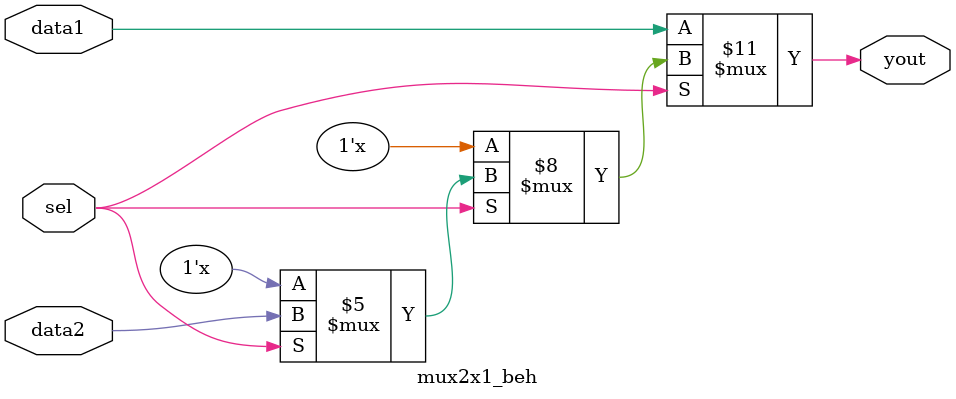
<source format=v>
module mux2x1_beh(data1, data2, sel, yout) ;

	input data1, data2, sel ;
	output yout ;
	
	reg yout ;

	always @(data1, data2, sel) 
		begin: always_block
			if(sel == 1 'b0)
				yout = data1 ;

			else if(sel == 1 'b1)
				yout = data2 ;

			else
				yout = 1 'bx ;
		end: always_block

endmodule



</source>
